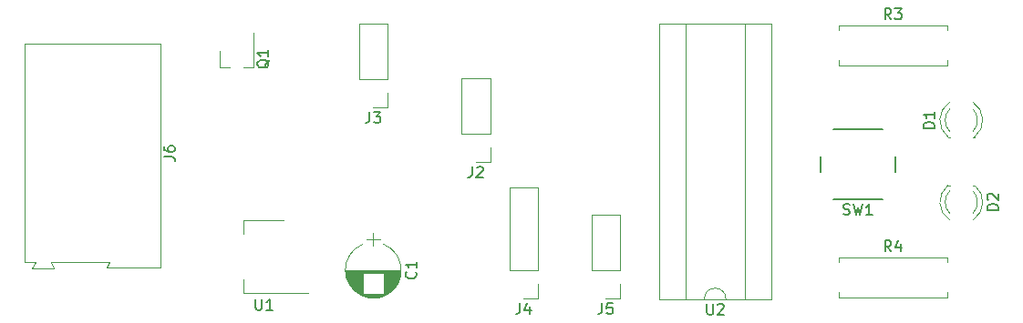
<source format=gbr>
G04 #@! TF.FileFunction,Legend,Top*
%FSLAX46Y46*%
G04 Gerber Fmt 4.6, Leading zero omitted, Abs format (unit mm)*
G04 Created by KiCad (PCBNEW 4.0.6+dfsg1-1) date Mon Feb 19 23:29:57 2018*
%MOMM*%
%LPD*%
G01*
G04 APERTURE LIST*
%ADD10C,0.100000*%
%ADD11C,0.120000*%
%ADD12C,0.150000*%
G04 APERTURE END LIST*
D10*
D11*
X143221400Y-130011863D02*
G75*
G03X143220000Y-125217564I-981400J2396863D01*
G01*
X141258600Y-130011863D02*
G75*
G02X141260000Y-125217564I981400J2396863D01*
G01*
X141258600Y-130011863D02*
G75*
G03X143220000Y-130012436I981400J2396863D01*
G01*
X144790000Y-127615000D02*
X139690000Y-127615000D01*
X144790000Y-127655000D02*
X139690000Y-127655000D01*
X144789000Y-127695000D02*
X139691000Y-127695000D01*
X144788000Y-127735000D02*
X139692000Y-127735000D01*
X144786000Y-127775000D02*
X139694000Y-127775000D01*
X144783000Y-127815000D02*
X139697000Y-127815000D01*
X144779000Y-127855000D02*
X139701000Y-127855000D01*
X144775000Y-127895000D02*
X143220000Y-127895000D01*
X141260000Y-127895000D02*
X139705000Y-127895000D01*
X144771000Y-127935000D02*
X143220000Y-127935000D01*
X141260000Y-127935000D02*
X139709000Y-127935000D01*
X144765000Y-127975000D02*
X143220000Y-127975000D01*
X141260000Y-127975000D02*
X139715000Y-127975000D01*
X144759000Y-128015000D02*
X143220000Y-128015000D01*
X141260000Y-128015000D02*
X139721000Y-128015000D01*
X144753000Y-128055000D02*
X143220000Y-128055000D01*
X141260000Y-128055000D02*
X139727000Y-128055000D01*
X144746000Y-128095000D02*
X143220000Y-128095000D01*
X141260000Y-128095000D02*
X139734000Y-128095000D01*
X144738000Y-128135000D02*
X143220000Y-128135000D01*
X141260000Y-128135000D02*
X139742000Y-128135000D01*
X144729000Y-128175000D02*
X143220000Y-128175000D01*
X141260000Y-128175000D02*
X139751000Y-128175000D01*
X144720000Y-128215000D02*
X143220000Y-128215000D01*
X141260000Y-128215000D02*
X139760000Y-128215000D01*
X144710000Y-128255000D02*
X143220000Y-128255000D01*
X141260000Y-128255000D02*
X139770000Y-128255000D01*
X144700000Y-128295000D02*
X143220000Y-128295000D01*
X141260000Y-128295000D02*
X139780000Y-128295000D01*
X144688000Y-128336000D02*
X143220000Y-128336000D01*
X141260000Y-128336000D02*
X139792000Y-128336000D01*
X144676000Y-128376000D02*
X143220000Y-128376000D01*
X141260000Y-128376000D02*
X139804000Y-128376000D01*
X144664000Y-128416000D02*
X143220000Y-128416000D01*
X141260000Y-128416000D02*
X139816000Y-128416000D01*
X144650000Y-128456000D02*
X143220000Y-128456000D01*
X141260000Y-128456000D02*
X139830000Y-128456000D01*
X144636000Y-128496000D02*
X143220000Y-128496000D01*
X141260000Y-128496000D02*
X139844000Y-128496000D01*
X144622000Y-128536000D02*
X143220000Y-128536000D01*
X141260000Y-128536000D02*
X139858000Y-128536000D01*
X144606000Y-128576000D02*
X143220000Y-128576000D01*
X141260000Y-128576000D02*
X139874000Y-128576000D01*
X144590000Y-128616000D02*
X143220000Y-128616000D01*
X141260000Y-128616000D02*
X139890000Y-128616000D01*
X144573000Y-128656000D02*
X143220000Y-128656000D01*
X141260000Y-128656000D02*
X139907000Y-128656000D01*
X144555000Y-128696000D02*
X143220000Y-128696000D01*
X141260000Y-128696000D02*
X139925000Y-128696000D01*
X144536000Y-128736000D02*
X143220000Y-128736000D01*
X141260000Y-128736000D02*
X139944000Y-128736000D01*
X144516000Y-128776000D02*
X143220000Y-128776000D01*
X141260000Y-128776000D02*
X139964000Y-128776000D01*
X144496000Y-128816000D02*
X143220000Y-128816000D01*
X141260000Y-128816000D02*
X139984000Y-128816000D01*
X144474000Y-128856000D02*
X143220000Y-128856000D01*
X141260000Y-128856000D02*
X140006000Y-128856000D01*
X144452000Y-128896000D02*
X143220000Y-128896000D01*
X141260000Y-128896000D02*
X140028000Y-128896000D01*
X144429000Y-128936000D02*
X143220000Y-128936000D01*
X141260000Y-128936000D02*
X140051000Y-128936000D01*
X144405000Y-128976000D02*
X143220000Y-128976000D01*
X141260000Y-128976000D02*
X140075000Y-128976000D01*
X144380000Y-129016000D02*
X143220000Y-129016000D01*
X141260000Y-129016000D02*
X140100000Y-129016000D01*
X144353000Y-129056000D02*
X143220000Y-129056000D01*
X141260000Y-129056000D02*
X140127000Y-129056000D01*
X144326000Y-129096000D02*
X143220000Y-129096000D01*
X141260000Y-129096000D02*
X140154000Y-129096000D01*
X144298000Y-129136000D02*
X143220000Y-129136000D01*
X141260000Y-129136000D02*
X140182000Y-129136000D01*
X144268000Y-129176000D02*
X143220000Y-129176000D01*
X141260000Y-129176000D02*
X140212000Y-129176000D01*
X144237000Y-129216000D02*
X143220000Y-129216000D01*
X141260000Y-129216000D02*
X140243000Y-129216000D01*
X144205000Y-129256000D02*
X143220000Y-129256000D01*
X141260000Y-129256000D02*
X140275000Y-129256000D01*
X144172000Y-129296000D02*
X143220000Y-129296000D01*
X141260000Y-129296000D02*
X140308000Y-129296000D01*
X144137000Y-129336000D02*
X143220000Y-129336000D01*
X141260000Y-129336000D02*
X140343000Y-129336000D01*
X144101000Y-129376000D02*
X143220000Y-129376000D01*
X141260000Y-129376000D02*
X140379000Y-129376000D01*
X144063000Y-129416000D02*
X143220000Y-129416000D01*
X141260000Y-129416000D02*
X140417000Y-129416000D01*
X144023000Y-129456000D02*
X143220000Y-129456000D01*
X141260000Y-129456000D02*
X140457000Y-129456000D01*
X143982000Y-129496000D02*
X143220000Y-129496000D01*
X141260000Y-129496000D02*
X140498000Y-129496000D01*
X143939000Y-129536000D02*
X143220000Y-129536000D01*
X141260000Y-129536000D02*
X140541000Y-129536000D01*
X143894000Y-129576000D02*
X143220000Y-129576000D01*
X141260000Y-129576000D02*
X140586000Y-129576000D01*
X143846000Y-129616000D02*
X143220000Y-129616000D01*
X141260000Y-129616000D02*
X140634000Y-129616000D01*
X143796000Y-129656000D02*
X143220000Y-129656000D01*
X141260000Y-129656000D02*
X140684000Y-129656000D01*
X143744000Y-129696000D02*
X143220000Y-129696000D01*
X141260000Y-129696000D02*
X140736000Y-129696000D01*
X143688000Y-129736000D02*
X143220000Y-129736000D01*
X141260000Y-129736000D02*
X140792000Y-129736000D01*
X143630000Y-129776000D02*
X143220000Y-129776000D01*
X141260000Y-129776000D02*
X140850000Y-129776000D01*
X143567000Y-129816000D02*
X143220000Y-129816000D01*
X141260000Y-129816000D02*
X140913000Y-129816000D01*
X143501000Y-129856000D02*
X140979000Y-129856000D01*
X143429000Y-129896000D02*
X141051000Y-129896000D01*
X143352000Y-129936000D02*
X141128000Y-129936000D01*
X143268000Y-129976000D02*
X141212000Y-129976000D01*
X143174000Y-130016000D02*
X141306000Y-130016000D01*
X143069000Y-130056000D02*
X141411000Y-130056000D01*
X142947000Y-130096000D02*
X141533000Y-130096000D01*
X142799000Y-130136000D02*
X141681000Y-130136000D01*
X142594000Y-130176000D02*
X141886000Y-130176000D01*
X142240000Y-124165000D02*
X142240000Y-125365000D01*
X142890000Y-124765000D02*
X141590000Y-124765000D01*
X195771392Y-111992665D02*
G75*
G03X195614484Y-115225000I1078608J-1672335D01*
G01*
X197928608Y-111992665D02*
G75*
G02X198085516Y-115225000I-1078608J-1672335D01*
G01*
X195770163Y-112623870D02*
G75*
G03X195770000Y-114705961I1079837J-1041130D01*
G01*
X197929837Y-112623870D02*
G75*
G02X197930000Y-114705961I-1079837J-1041130D01*
G01*
X195614000Y-115225000D02*
X195770000Y-115225000D01*
X197930000Y-115225000D02*
X198086000Y-115225000D01*
X197928608Y-122957335D02*
G75*
G03X198085516Y-119725000I-1078608J1672335D01*
G01*
X195771392Y-122957335D02*
G75*
G02X195614484Y-119725000I1078608J1672335D01*
G01*
X197929837Y-122326130D02*
G75*
G03X197930000Y-120244039I-1079837J1041130D01*
G01*
X195770163Y-122326130D02*
G75*
G02X195770000Y-120244039I1079837J1041130D01*
G01*
X198086000Y-119725000D02*
X197930000Y-119725000D01*
X195770000Y-119725000D02*
X195614000Y-119725000D01*
X153095000Y-114935000D02*
X153095000Y-109795000D01*
X153095000Y-109795000D02*
X150435000Y-109795000D01*
X150435000Y-109795000D02*
X150435000Y-114935000D01*
X150435000Y-114935000D02*
X153095000Y-114935000D01*
X153095000Y-116205000D02*
X153095000Y-117535000D01*
X153095000Y-117535000D02*
X151765000Y-117535000D01*
X143570000Y-109855000D02*
X143570000Y-104715000D01*
X143570000Y-104715000D02*
X140910000Y-104715000D01*
X140910000Y-104715000D02*
X140910000Y-109855000D01*
X140910000Y-109855000D02*
X143570000Y-109855000D01*
X143570000Y-111125000D02*
X143570000Y-112455000D01*
X143570000Y-112455000D02*
X142240000Y-112455000D01*
X157540000Y-127635000D02*
X157540000Y-119955000D01*
X157540000Y-119955000D02*
X154880000Y-119955000D01*
X154880000Y-119955000D02*
X154880000Y-127635000D01*
X154880000Y-127635000D02*
X157540000Y-127635000D01*
X157540000Y-128905000D02*
X157540000Y-130235000D01*
X157540000Y-130235000D02*
X156210000Y-130235000D01*
X165160000Y-127635000D02*
X165160000Y-122495000D01*
X165160000Y-122495000D02*
X162500000Y-122495000D01*
X162500000Y-122495000D02*
X162500000Y-127635000D01*
X162500000Y-127635000D02*
X165160000Y-127635000D01*
X165160000Y-128905000D02*
X165160000Y-130235000D01*
X165160000Y-130235000D02*
X163830000Y-130235000D01*
X122505000Y-106570000D02*
X122505000Y-127370000D01*
X122505000Y-127370000D02*
X117455000Y-127370000D01*
X117455000Y-127370000D02*
X117705000Y-126870000D01*
X117705000Y-126870000D02*
X112305000Y-126870000D01*
X112305000Y-126870000D02*
X112605000Y-127420000D01*
X112605000Y-127420000D02*
X110555000Y-127420000D01*
X110555000Y-127420000D02*
X110855000Y-126870000D01*
X110855000Y-126870000D02*
X109905000Y-126870000D01*
X109905000Y-126870000D02*
X109905000Y-106570000D01*
X109905000Y-106570000D02*
X122505000Y-106570000D01*
X127960000Y-108710000D02*
X128890000Y-108710000D01*
X131120000Y-108710000D02*
X130190000Y-108710000D01*
X131120000Y-108710000D02*
X131120000Y-105550000D01*
X127960000Y-108710000D02*
X127960000Y-107250000D01*
X185490000Y-105300000D02*
X185490000Y-104820000D01*
X185490000Y-104820000D02*
X195510000Y-104820000D01*
X195510000Y-104820000D02*
X195510000Y-105300000D01*
X185490000Y-108060000D02*
X185490000Y-108540000D01*
X185490000Y-108540000D02*
X195510000Y-108540000D01*
X195510000Y-108540000D02*
X195510000Y-108060000D01*
X185490000Y-126890000D02*
X185490000Y-126410000D01*
X185490000Y-126410000D02*
X195510000Y-126410000D01*
X195510000Y-126410000D02*
X195510000Y-126890000D01*
X185490000Y-129650000D02*
X185490000Y-130130000D01*
X185490000Y-130130000D02*
X195510000Y-130130000D01*
X195510000Y-130130000D02*
X195510000Y-129650000D01*
D12*
X189500000Y-114515000D02*
X185000000Y-114515000D01*
X190750000Y-118515000D02*
X190750000Y-117015000D01*
X185000000Y-121015000D02*
X189500000Y-121015000D01*
X183750000Y-117015000D02*
X183750000Y-118515000D01*
D11*
X130170000Y-122955000D02*
X130170000Y-124215000D01*
X130170000Y-129775000D02*
X130170000Y-128515000D01*
X133930000Y-122955000D02*
X130170000Y-122955000D01*
X136180000Y-129775000D02*
X130170000Y-129775000D01*
X172990000Y-130295000D02*
G75*
G02X174990000Y-130295000I1000000J0D01*
G01*
X174990000Y-130295000D02*
X176760000Y-130295000D01*
X176760000Y-130295000D02*
X176760000Y-104655000D01*
X176760000Y-104655000D02*
X171220000Y-104655000D01*
X171220000Y-104655000D02*
X171220000Y-130295000D01*
X171220000Y-130295000D02*
X172990000Y-130295000D01*
X179190000Y-130295000D02*
X179190000Y-104655000D01*
X179190000Y-104655000D02*
X168790000Y-104655000D01*
X168790000Y-104655000D02*
X168790000Y-130295000D01*
X168790000Y-130295000D02*
X179190000Y-130295000D01*
D12*
X146157143Y-127781666D02*
X146204762Y-127829285D01*
X146252381Y-127972142D01*
X146252381Y-128067380D01*
X146204762Y-128210238D01*
X146109524Y-128305476D01*
X146014286Y-128353095D01*
X145823810Y-128400714D01*
X145680952Y-128400714D01*
X145490476Y-128353095D01*
X145395238Y-128305476D01*
X145300000Y-128210238D01*
X145252381Y-128067380D01*
X145252381Y-127972142D01*
X145300000Y-127829285D01*
X145347619Y-127781666D01*
X146252381Y-126829285D02*
X146252381Y-127400714D01*
X146252381Y-127115000D02*
X145252381Y-127115000D01*
X145395238Y-127210238D01*
X145490476Y-127305476D01*
X145538095Y-127400714D01*
X194342381Y-114403095D02*
X193342381Y-114403095D01*
X193342381Y-114165000D01*
X193390000Y-114022142D01*
X193485238Y-113926904D01*
X193580476Y-113879285D01*
X193770952Y-113831666D01*
X193913810Y-113831666D01*
X194104286Y-113879285D01*
X194199524Y-113926904D01*
X194294762Y-114022142D01*
X194342381Y-114165000D01*
X194342381Y-114403095D01*
X194342381Y-112879285D02*
X194342381Y-113450714D01*
X194342381Y-113165000D02*
X193342381Y-113165000D01*
X193485238Y-113260238D01*
X193580476Y-113355476D01*
X193628095Y-113450714D01*
X200262381Y-122023095D02*
X199262381Y-122023095D01*
X199262381Y-121785000D01*
X199310000Y-121642142D01*
X199405238Y-121546904D01*
X199500476Y-121499285D01*
X199690952Y-121451666D01*
X199833810Y-121451666D01*
X200024286Y-121499285D01*
X200119524Y-121546904D01*
X200214762Y-121642142D01*
X200262381Y-121785000D01*
X200262381Y-122023095D01*
X199357619Y-121070714D02*
X199310000Y-121023095D01*
X199262381Y-120927857D01*
X199262381Y-120689761D01*
X199310000Y-120594523D01*
X199357619Y-120546904D01*
X199452857Y-120499285D01*
X199548095Y-120499285D01*
X199690952Y-120546904D01*
X200262381Y-121118333D01*
X200262381Y-120499285D01*
X151431667Y-117987381D02*
X151431667Y-118701667D01*
X151384047Y-118844524D01*
X151288809Y-118939762D01*
X151145952Y-118987381D01*
X151050714Y-118987381D01*
X151860238Y-118082619D02*
X151907857Y-118035000D01*
X152003095Y-117987381D01*
X152241191Y-117987381D01*
X152336429Y-118035000D01*
X152384048Y-118082619D01*
X152431667Y-118177857D01*
X152431667Y-118273095D01*
X152384048Y-118415952D01*
X151812619Y-118987381D01*
X152431667Y-118987381D01*
X141906667Y-112907381D02*
X141906667Y-113621667D01*
X141859047Y-113764524D01*
X141763809Y-113859762D01*
X141620952Y-113907381D01*
X141525714Y-113907381D01*
X142287619Y-112907381D02*
X142906667Y-112907381D01*
X142573333Y-113288333D01*
X142716191Y-113288333D01*
X142811429Y-113335952D01*
X142859048Y-113383571D01*
X142906667Y-113478810D01*
X142906667Y-113716905D01*
X142859048Y-113812143D01*
X142811429Y-113859762D01*
X142716191Y-113907381D01*
X142430476Y-113907381D01*
X142335238Y-113859762D01*
X142287619Y-113812143D01*
X155876667Y-130687381D02*
X155876667Y-131401667D01*
X155829047Y-131544524D01*
X155733809Y-131639762D01*
X155590952Y-131687381D01*
X155495714Y-131687381D01*
X156781429Y-131020714D02*
X156781429Y-131687381D01*
X156543333Y-130639762D02*
X156305238Y-131354048D01*
X156924286Y-131354048D01*
X163496667Y-130687381D02*
X163496667Y-131401667D01*
X163449047Y-131544524D01*
X163353809Y-131639762D01*
X163210952Y-131687381D01*
X163115714Y-131687381D01*
X164449048Y-130687381D02*
X163972857Y-130687381D01*
X163925238Y-131163571D01*
X163972857Y-131115952D01*
X164068095Y-131068333D01*
X164306191Y-131068333D01*
X164401429Y-131115952D01*
X164449048Y-131163571D01*
X164496667Y-131258810D01*
X164496667Y-131496905D01*
X164449048Y-131592143D01*
X164401429Y-131639762D01*
X164306191Y-131687381D01*
X164068095Y-131687381D01*
X163972857Y-131639762D01*
X163925238Y-131592143D01*
X122807381Y-117053333D02*
X123521667Y-117053333D01*
X123664524Y-117100953D01*
X123759762Y-117196191D01*
X123807381Y-117339048D01*
X123807381Y-117434286D01*
X122807381Y-116148571D02*
X122807381Y-116339048D01*
X122855000Y-116434286D01*
X122902619Y-116481905D01*
X123045476Y-116577143D01*
X123235952Y-116624762D01*
X123616905Y-116624762D01*
X123712143Y-116577143D01*
X123759762Y-116529524D01*
X123807381Y-116434286D01*
X123807381Y-116243809D01*
X123759762Y-116148571D01*
X123712143Y-116100952D01*
X123616905Y-116053333D01*
X123378810Y-116053333D01*
X123283571Y-116100952D01*
X123235952Y-116148571D01*
X123188333Y-116243809D01*
X123188333Y-116434286D01*
X123235952Y-116529524D01*
X123283571Y-116577143D01*
X123378810Y-116624762D01*
X132587619Y-108045238D02*
X132540000Y-108140476D01*
X132444762Y-108235714D01*
X132301905Y-108378571D01*
X132254286Y-108473810D01*
X132254286Y-108569048D01*
X132492381Y-108521429D02*
X132444762Y-108616667D01*
X132349524Y-108711905D01*
X132159048Y-108759524D01*
X131825714Y-108759524D01*
X131635238Y-108711905D01*
X131540000Y-108616667D01*
X131492381Y-108521429D01*
X131492381Y-108330952D01*
X131540000Y-108235714D01*
X131635238Y-108140476D01*
X131825714Y-108092857D01*
X132159048Y-108092857D01*
X132349524Y-108140476D01*
X132444762Y-108235714D01*
X132492381Y-108330952D01*
X132492381Y-108521429D01*
X132492381Y-107140476D02*
X132492381Y-107711905D01*
X132492381Y-107426191D02*
X131492381Y-107426191D01*
X131635238Y-107521429D01*
X131730476Y-107616667D01*
X131778095Y-107711905D01*
X190333334Y-104272381D02*
X190000000Y-103796190D01*
X189761905Y-104272381D02*
X189761905Y-103272381D01*
X190142858Y-103272381D01*
X190238096Y-103320000D01*
X190285715Y-103367619D01*
X190333334Y-103462857D01*
X190333334Y-103605714D01*
X190285715Y-103700952D01*
X190238096Y-103748571D01*
X190142858Y-103796190D01*
X189761905Y-103796190D01*
X190666667Y-103272381D02*
X191285715Y-103272381D01*
X190952381Y-103653333D01*
X191095239Y-103653333D01*
X191190477Y-103700952D01*
X191238096Y-103748571D01*
X191285715Y-103843810D01*
X191285715Y-104081905D01*
X191238096Y-104177143D01*
X191190477Y-104224762D01*
X191095239Y-104272381D01*
X190809524Y-104272381D01*
X190714286Y-104224762D01*
X190666667Y-104177143D01*
X190333334Y-125862381D02*
X190000000Y-125386190D01*
X189761905Y-125862381D02*
X189761905Y-124862381D01*
X190142858Y-124862381D01*
X190238096Y-124910000D01*
X190285715Y-124957619D01*
X190333334Y-125052857D01*
X190333334Y-125195714D01*
X190285715Y-125290952D01*
X190238096Y-125338571D01*
X190142858Y-125386190D01*
X189761905Y-125386190D01*
X191190477Y-125195714D02*
X191190477Y-125862381D01*
X190952381Y-124814762D02*
X190714286Y-125529048D01*
X191333334Y-125529048D01*
X185916667Y-122419762D02*
X186059524Y-122467381D01*
X186297620Y-122467381D01*
X186392858Y-122419762D01*
X186440477Y-122372143D01*
X186488096Y-122276905D01*
X186488096Y-122181667D01*
X186440477Y-122086429D01*
X186392858Y-122038810D01*
X186297620Y-121991190D01*
X186107143Y-121943571D01*
X186011905Y-121895952D01*
X185964286Y-121848333D01*
X185916667Y-121753095D01*
X185916667Y-121657857D01*
X185964286Y-121562619D01*
X186011905Y-121515000D01*
X186107143Y-121467381D01*
X186345239Y-121467381D01*
X186488096Y-121515000D01*
X186821429Y-121467381D02*
X187059524Y-122467381D01*
X187250001Y-121753095D01*
X187440477Y-122467381D01*
X187678572Y-121467381D01*
X188583334Y-122467381D02*
X188011905Y-122467381D01*
X188297619Y-122467381D02*
X188297619Y-121467381D01*
X188202381Y-121610238D01*
X188107143Y-121705476D01*
X188011905Y-121753095D01*
X131318095Y-130317381D02*
X131318095Y-131126905D01*
X131365714Y-131222143D01*
X131413333Y-131269762D01*
X131508571Y-131317381D01*
X131699048Y-131317381D01*
X131794286Y-131269762D01*
X131841905Y-131222143D01*
X131889524Y-131126905D01*
X131889524Y-130317381D01*
X132889524Y-131317381D02*
X132318095Y-131317381D01*
X132603809Y-131317381D02*
X132603809Y-130317381D01*
X132508571Y-130460238D01*
X132413333Y-130555476D01*
X132318095Y-130603095D01*
X173228095Y-130747381D02*
X173228095Y-131556905D01*
X173275714Y-131652143D01*
X173323333Y-131699762D01*
X173418571Y-131747381D01*
X173609048Y-131747381D01*
X173704286Y-131699762D01*
X173751905Y-131652143D01*
X173799524Y-131556905D01*
X173799524Y-130747381D01*
X174228095Y-130842619D02*
X174275714Y-130795000D01*
X174370952Y-130747381D01*
X174609048Y-130747381D01*
X174704286Y-130795000D01*
X174751905Y-130842619D01*
X174799524Y-130937857D01*
X174799524Y-131033095D01*
X174751905Y-131175952D01*
X174180476Y-131747381D01*
X174799524Y-131747381D01*
M02*

</source>
